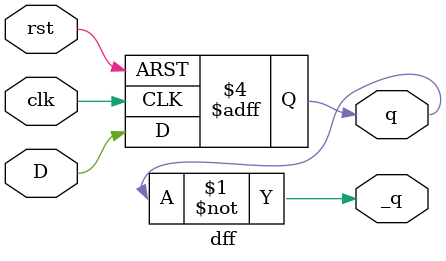
<source format=v>
module dff (
	input clk,    // Clock
	input D,
	input rst,
	output _q,
	output reg q
);
	assign _q = ~q;
	always @(posedge clk or negedge rst) begin 
		if(!rst) q<=0;
		else q<=D;
	end

endmodule
</source>
